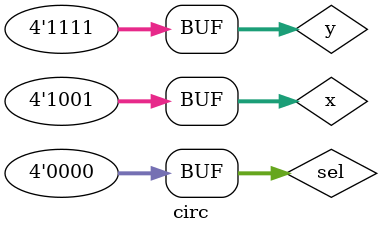
<source format=v>


module nandgate (output [3:0]s, input [3:0]p, input [3:0]q);
 assign s = (~(p&q));	//criar vinculo permanente
        		   	//(dependencia)
endmodule // nandgate

//----------------------
//--nor gate
//----------------------

module norgate (output [3:0]s, input [3:0]p, input [3:0]q);
 assign s = (~(p|q));	//criar vinculo permanente
        		   	//(dependencia)
endmodule // norgate


//----------------------
//--or gate
//----------------------

module orgate (output [3:0]s, input [3:0]p, input [3:0]q);
 assign s = ( p|q );	//criar vinculo permanente
        		   	//(dependencia)
endmodule // orgate

//----------------------
//--and gate
//----------------------

module andgate (output [3:0]s, input [3:0]p, input [3:0]q);
 assign s = (p & q);	//criar vinculo permanente
        		   	         //(dependencia)
endmodule // andgate


//----------------------
//--not gate
//----------------------

module notgate (output [3:0]s, input [3:0]p);
 assign s = ~p;//criar vinculo permanente
        		   //(dependencia)
endmodule // notgate

//----------------------
//--Circuito
//----------------------
module circ;
//----------------------dados locais
  reg[3:0] x,y,sel;    //definir registrador
  					   //(variavel independente)
  wire[3:0] s1,s2,s3,s4,sand,sor,snand,snor,notsel;  // definir conexao(fio)
   				   //(variavel dependente)
//---------------------- instancia
    
	 andgate AND1(sand,x,y);
	 orgate OR1(sor,x,y);
	 nandgate NAND1(snand,x,y);
	 norgate NOR1(snor,x,y);
	 notgate NOR2(notsel,sel);
	 andgate AND2(s1,sand,sel);
	 andgate AND3(s2,sor,sel);
	 andgate AND4(s3,snand,notsel);
	 andgate AND5(s4,notsel,snor);

//---------------------- preparacao
 initial begin:start
  x = 4'b0101;    y = 4'b0011;  sel = 4'b0000;
 end
//---------------------- parte principal
 initial begin
   $display("Exemplo0032 - Wender Zacarias Xavier - 427472");
	$display("Test Circuito");
	$display("\n *** Resultado ***  ");
	$display("\n Chave 0 = NAND e NOR \n Chave 1 = AND e OR "); 
	$monitor("Chave = %b \n NAND gate = %4b | %4b =  %4b \n NOR gate = %4b & %4b = %4b \n AND gate = %4b & %4b = %4b \n OR gate = %4b & %4b = %4b",sel,x,y,s4,x,y,s3,x,y,s1,x,y,s2);
#1 sel=4'b1111;
#1 x=4'b1001; y=4'b1111;
#1 sel=4'b0000;
		
		end

endmodule //circ

</source>
